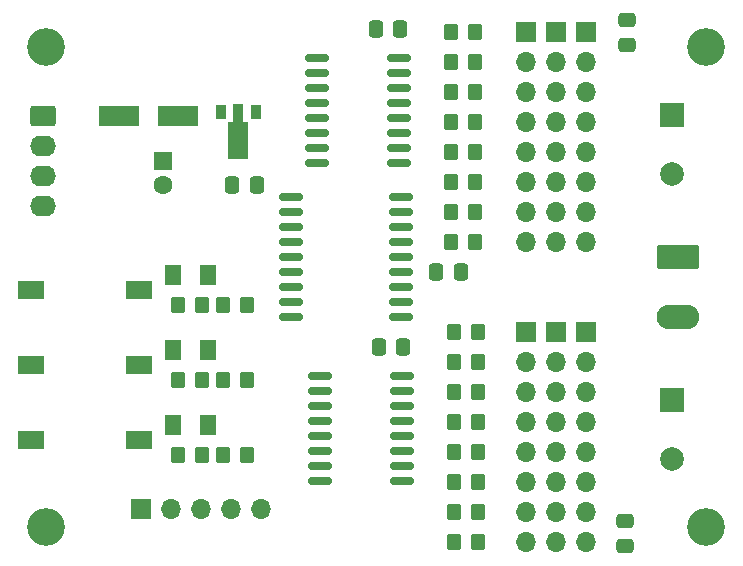
<source format=gts>
%TF.GenerationSoftware,KiCad,Pcbnew,(5.99.0-9393-ga28cb98626)*%
%TF.CreationDate,2021-03-12T19:06:23-08:00*%
%TF.ProjectId,SimpleServoCtrl,53696d70-6c65-4536-9572-766f4374726c,n/c*%
%TF.SameCoordinates,Original*%
%TF.FileFunction,Soldermask,Top*%
%TF.FilePolarity,Negative*%
%FSLAX46Y46*%
G04 Gerber Fmt 4.6, Leading zero omitted, Abs format (unit mm)*
G04 Created by KiCad (PCBNEW (5.99.0-9393-ga28cb98626)) date 2021-03-12 19:06:23*
%MOMM*%
%LPD*%
G01*
G04 APERTURE LIST*
G04 Aperture macros list*
%AMRoundRect*
0 Rectangle with rounded corners*
0 $1 Rounding radius*
0 $2 $3 $4 $5 $6 $7 $8 $9 X,Y pos of 4 corners*
0 Add a 4 corners polygon primitive as box body*
4,1,4,$2,$3,$4,$5,$6,$7,$8,$9,$2,$3,0*
0 Add four circle primitives for the rounded corners*
1,1,$1+$1,$2,$3*
1,1,$1+$1,$4,$5*
1,1,$1+$1,$6,$7*
1,1,$1+$1,$8,$9*
0 Add four rect primitives between the rounded corners*
20,1,$1+$1,$2,$3,$4,$5,0*
20,1,$1+$1,$4,$5,$6,$7,0*
20,1,$1+$1,$6,$7,$8,$9,0*
20,1,$1+$1,$8,$9,$2,$3,0*%
%AMFreePoly0*
4,1,9,3.862500,-0.866500,0.737500,-0.866500,0.737500,-0.450000,-0.737500,-0.450000,-0.737500,0.450000,0.737500,0.450000,0.737500,0.866500,3.862500,0.866500,3.862500,-0.866500,3.862500,-0.866500,$1*%
G04 Aperture macros list end*
%ADD10C,3.200000*%
%ADD11FreePoly0,270.000000*%
%ADD12R,0.900000X1.300000*%
%ADD13RoundRect,0.150000X-0.837500X-0.150000X0.837500X-0.150000X0.837500X0.150000X-0.837500X0.150000X0*%
%ADD14RoundRect,0.150000X-0.875000X-0.150000X0.875000X-0.150000X0.875000X0.150000X-0.875000X0.150000X0*%
%ADD15R,2.180000X1.600000*%
%ADD16RoundRect,0.250000X0.350000X0.450000X-0.350000X0.450000X-0.350000X-0.450000X0.350000X-0.450000X0*%
%ADD17RoundRect,0.250000X-0.350000X-0.450000X0.350000X-0.450000X0.350000X0.450000X-0.350000X0.450000X0*%
%ADD18O,3.600000X2.080000*%
%ADD19RoundRect,0.249999X-1.550001X0.790001X-1.550001X-0.790001X1.550001X-0.790001X1.550001X0.790001X0*%
%ADD20O,1.700000X1.700000*%
%ADD21R,1.700000X1.700000*%
%ADD22O,2.190000X1.740000*%
%ADD23RoundRect,0.250000X-0.845000X0.620000X-0.845000X-0.620000X0.845000X-0.620000X0.845000X0.620000X0*%
%ADD24R,3.500000X1.800000*%
%ADD25RoundRect,0.250001X0.462499X0.624999X-0.462499X0.624999X-0.462499X-0.624999X0.462499X-0.624999X0*%
%ADD26RoundRect,0.250000X0.475000X-0.337500X0.475000X0.337500X-0.475000X0.337500X-0.475000X-0.337500X0*%
%ADD27RoundRect,0.250000X-0.475000X0.337500X-0.475000X-0.337500X0.475000X-0.337500X0.475000X0.337500X0*%
%ADD28C,2.000000*%
%ADD29R,2.000000X2.000000*%
%ADD30RoundRect,0.250000X0.337500X0.475000X-0.337500X0.475000X-0.337500X-0.475000X0.337500X-0.475000X0*%
%ADD31RoundRect,0.250000X-0.337500X-0.475000X0.337500X-0.475000X0.337500X0.475000X-0.337500X0.475000X0*%
%ADD32C,1.600000*%
%ADD33R,1.600000X1.600000*%
G04 APERTURE END LIST*
D10*
%TO.C,H4*%
X189230000Y-57150000D03*
%TD*%
%TO.C,H3*%
X189230000Y-97790000D03*
%TD*%
%TO.C,H2*%
X133350000Y-97790000D03*
%TD*%
%TO.C,H1*%
X133350000Y-57150000D03*
%TD*%
D11*
%TO.C,U4*%
X149606000Y-62699500D03*
D12*
X148106000Y-62612000D03*
X151106000Y-62612000D03*
%TD*%
D13*
%TO.C,U3*%
X163482500Y-84963000D03*
X163482500Y-86233000D03*
X163482500Y-87503000D03*
X163482500Y-88773000D03*
X163482500Y-90043000D03*
X163482500Y-91313000D03*
X163482500Y-92583000D03*
X163482500Y-93853000D03*
X156557500Y-93853000D03*
X156557500Y-92583000D03*
X156557500Y-91313000D03*
X156557500Y-90043000D03*
X156557500Y-88773000D03*
X156557500Y-87503000D03*
X156557500Y-86233000D03*
X156557500Y-84963000D03*
%TD*%
%TO.C,U2*%
X163228500Y-58039000D03*
X163228500Y-59309000D03*
X163228500Y-60579000D03*
X163228500Y-61849000D03*
X163228500Y-63119000D03*
X163228500Y-64389000D03*
X163228500Y-65659000D03*
X163228500Y-66929000D03*
X156303500Y-66929000D03*
X156303500Y-65659000D03*
X156303500Y-64389000D03*
X156303500Y-63119000D03*
X156303500Y-61849000D03*
X156303500Y-60579000D03*
X156303500Y-59309000D03*
X156303500Y-58039000D03*
%TD*%
D14*
%TO.C,U1*%
X163400000Y-69850000D03*
X163400000Y-71120000D03*
X163400000Y-72390000D03*
X163400000Y-73660000D03*
X163400000Y-74930000D03*
X163400000Y-76200000D03*
X163400000Y-77470000D03*
X163400000Y-78740000D03*
X163400000Y-80010000D03*
X154100000Y-80010000D03*
X154100000Y-78740000D03*
X154100000Y-77470000D03*
X154100000Y-76200000D03*
X154100000Y-74930000D03*
X154100000Y-73660000D03*
X154100000Y-72390000D03*
X154100000Y-71120000D03*
X154100000Y-69850000D03*
%TD*%
D15*
%TO.C,SW3*%
X141242000Y-90424000D03*
X132062000Y-90424000D03*
%TD*%
%TO.C,SW2*%
X141202225Y-84074000D03*
X132022225Y-84074000D03*
%TD*%
%TO.C,SW1*%
X141242000Y-77724000D03*
X132062000Y-77724000D03*
%TD*%
D16*
%TO.C,R22*%
X144542000Y-91694000D03*
X146542000Y-91694000D03*
%TD*%
%TO.C,R21*%
X148352000Y-91694000D03*
X150352000Y-91694000D03*
%TD*%
%TO.C,R20*%
X144542000Y-85344000D03*
X146542000Y-85344000D03*
%TD*%
%TO.C,R19*%
X148352000Y-85344000D03*
X150352000Y-85344000D03*
%TD*%
%TO.C,R18*%
X144542000Y-78994000D03*
X146542000Y-78994000D03*
%TD*%
%TO.C,R17*%
X148352000Y-78994000D03*
X150352000Y-78994000D03*
%TD*%
D17*
%TO.C,R16*%
X169910000Y-99060000D03*
X167910000Y-99060000D03*
%TD*%
%TO.C,R15*%
X169910000Y-96520000D03*
X167910000Y-96520000D03*
%TD*%
%TO.C,R14*%
X169910000Y-93980000D03*
X167910000Y-93980000D03*
%TD*%
%TO.C,R13*%
X169910000Y-91440000D03*
X167910000Y-91440000D03*
%TD*%
%TO.C,R12*%
X169910000Y-88900000D03*
X167910000Y-88900000D03*
%TD*%
%TO.C,R11*%
X169910000Y-86360000D03*
X167910000Y-86360000D03*
%TD*%
%TO.C,R10*%
X169910000Y-83820000D03*
X167910000Y-83820000D03*
%TD*%
%TO.C,R9*%
X169910000Y-81280000D03*
X167910000Y-81280000D03*
%TD*%
%TO.C,R8*%
X169640000Y-73660000D03*
X167640000Y-73660000D03*
%TD*%
%TO.C,R7*%
X169640000Y-71120000D03*
X167640000Y-71120000D03*
%TD*%
%TO.C,R6*%
X169640000Y-68580000D03*
X167640000Y-68580000D03*
%TD*%
%TO.C,R5*%
X169640000Y-66040000D03*
X167640000Y-66040000D03*
%TD*%
%TO.C,R4*%
X169640000Y-63500000D03*
X167640000Y-63500000D03*
%TD*%
%TO.C,R3*%
X169640000Y-60960000D03*
X167640000Y-60960000D03*
%TD*%
%TO.C,R2*%
X169640000Y-58420000D03*
X167640000Y-58420000D03*
%TD*%
%TO.C,R1*%
X169640000Y-55880000D03*
X167640000Y-55880000D03*
%TD*%
D18*
%TO.C,P1*%
X186866500Y-80010000D03*
D19*
X186866500Y-74930000D03*
%TD*%
D20*
%TO.C,J8*%
X151521000Y-96282000D03*
X148981000Y-96282000D03*
X146441000Y-96282000D03*
X143901000Y-96282000D03*
D21*
X141361000Y-96282000D03*
%TD*%
D20*
%TO.C,J7*%
X179070000Y-99060000D03*
X179070000Y-96520000D03*
X179070000Y-93980000D03*
X179070000Y-91440000D03*
X179070000Y-88900000D03*
X179070000Y-86360000D03*
X179070000Y-83820000D03*
D21*
X179070000Y-81280000D03*
%TD*%
D20*
%TO.C,J6*%
X179070000Y-73660000D03*
X179070000Y-71120000D03*
X179070000Y-68580000D03*
X179070000Y-66040000D03*
X179070000Y-63500000D03*
X179070000Y-60960000D03*
X179070000Y-58420000D03*
D21*
X179070000Y-55880000D03*
%TD*%
D20*
%TO.C,J5*%
X176530000Y-99060000D03*
X176530000Y-96520000D03*
X176530000Y-93980000D03*
X176530000Y-91440000D03*
X176530000Y-88900000D03*
X176530000Y-86360000D03*
X176530000Y-83820000D03*
D21*
X176530000Y-81280000D03*
%TD*%
D20*
%TO.C,J4*%
X176530000Y-73660000D03*
X176530000Y-71120000D03*
X176530000Y-68580000D03*
X176530000Y-66040000D03*
X176530000Y-63500000D03*
X176530000Y-60960000D03*
X176530000Y-58420000D03*
D21*
X176530000Y-55880000D03*
%TD*%
D20*
%TO.C,J3*%
X173990000Y-99060000D03*
X173990000Y-96520000D03*
X173990000Y-93980000D03*
X173990000Y-91440000D03*
X173990000Y-88900000D03*
X173990000Y-86360000D03*
X173990000Y-83820000D03*
D21*
X173990000Y-81280000D03*
%TD*%
D20*
%TO.C,J2*%
X173990000Y-73660000D03*
X173990000Y-71120000D03*
X173990000Y-68580000D03*
X173990000Y-66040000D03*
X173990000Y-63500000D03*
X173990000Y-60960000D03*
X173990000Y-58420000D03*
D21*
X173990000Y-55880000D03*
%TD*%
D22*
%TO.C,J1*%
X133096000Y-70612000D03*
X133096000Y-68072000D03*
X133096000Y-65532000D03*
D23*
X133096000Y-62992000D03*
%TD*%
D24*
%TO.C,D4*%
X144486000Y-62992000D03*
X139486000Y-62992000D03*
%TD*%
D25*
%TO.C,D3*%
X144054500Y-89154000D03*
X147029500Y-89154000D03*
%TD*%
%TO.C,D2*%
X144054500Y-82804000D03*
X147029500Y-82804000D03*
%TD*%
%TO.C,D1*%
X144054500Y-76454000D03*
X147029500Y-76454000D03*
%TD*%
D26*
%TO.C,C9*%
X182372000Y-97282000D03*
X182372000Y-99357000D03*
%TD*%
D27*
%TO.C,C8*%
X182509000Y-56955000D03*
X182509000Y-54880000D03*
%TD*%
D28*
%TO.C,C7*%
X186319000Y-67926323D03*
D29*
X186319000Y-62926323D03*
%TD*%
D28*
%TO.C,C6*%
X186319000Y-92056323D03*
D29*
X186319000Y-87056323D03*
%TD*%
D30*
%TO.C,C5*%
X161501000Y-82550000D03*
X163576000Y-82550000D03*
%TD*%
%TO.C,C4*%
X161247000Y-55626000D03*
X163322000Y-55626000D03*
%TD*%
D31*
%TO.C,C3*%
X168423500Y-76200000D03*
X166348500Y-76200000D03*
%TD*%
D30*
%TO.C,C2*%
X149076500Y-68834000D03*
X151151500Y-68834000D03*
%TD*%
D32*
%TO.C,C1*%
X143256000Y-68802000D03*
D33*
X143256000Y-66802000D03*
%TD*%
M02*

</source>
